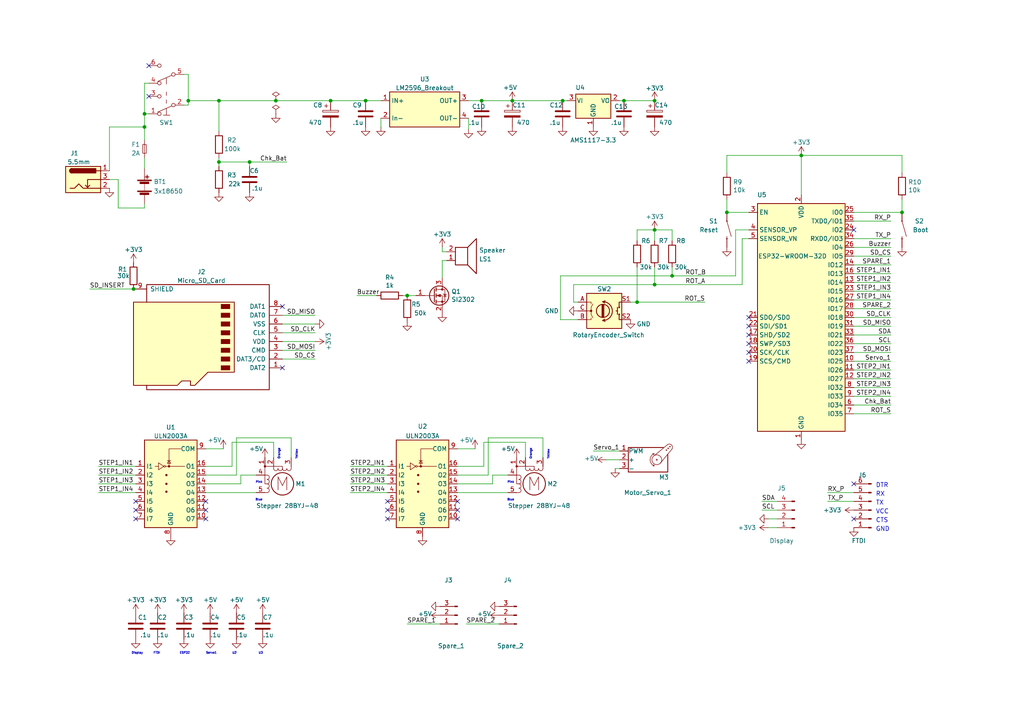
<source format=kicad_sch>
(kicad_sch (version 20211123) (generator eeschema)
  (paper "A4")
  (title_block (title "CO2 Ampel") (date "2021-08-07") (rev "V1.0") (company "Pontifex"))
  (lib_symbols
    (symbol "Connector:Barrel_Jack_Switch" (pin_names hide)
      (property "Reference" "J" (at 0 5.334 0))
      (property "Value" "Barrel_Jack_Switch" (at 0 -5.08 0))
      (symbol "Barrel_Jack_Switch_1_1"
        (pin passive line (at 7.62 2.54 180) (length 2.54) (name "~") (number "1"))
        (pin passive line (at 7.62 -2.54 180) (length 2.54) (name "~") (number "2"))
        (pin passive line (at 7.62 0 180) (length 2.54) (name "~") (number "3"))
      )
    )
    (symbol "Connector:Conn_01x03_Male" (pin_names (offset 1.016) hide)
      (property "Reference" "J" (at 0 5.08 0))
      (property "Value" "Conn_01x03_Male" (at 0 -5.08 0))
      (symbol "Conn_01x03_Male_1_1"
        (pin passive line (at 5.08 2.54 180) (length 3.81) (name "Pin_1") (number "1"))
        (pin passive line (at 5.08 0 180) (length 3.81) (name "Pin_2") (number "2"))
        (pin passive line (at 5.08 -2.54 180) (length 3.81) (name "Pin_3") (number "3"))
      )
    )
    (symbol "Connector:Conn_01x04_Male" (pin_names (offset 1.016) hide)
      (property "Reference" "J" (at 0 5.08 0))
      (property "Value" "Conn_01x04_Male" (at 0 -7.62 0))
      (symbol "Conn_01x04_Male_1_1"
        (pin passive line (at 5.08 2.54 180) (length 3.81) (name "Pin_1") (number "1"))
        (pin passive line (at 5.08 0 180) (length 3.81) (name "Pin_2") (number "2"))
        (pin passive line (at 5.08 -2.54 180) (length 3.81) (name "Pin_3") (number "3"))
        (pin passive line (at 5.08 -5.08 180) (length 3.81) (name "Pin_4") (number "4"))
      )
    )
    (symbol "Connector:Conn_01x06_Male" (pin_names (offset 1.016) hide)
      (property "Reference" "J" (at 0 7.62 0))
      (property "Value" "Conn_01x06_Male" (at 0 -10.16 0))
      (symbol "Conn_01x06_Male_1_1"
        (pin passive line (at 5.08 5.08 180) (length 3.81) (name "Pin_1") (number "1"))
        (pin passive line (at 5.08 2.54 180) (length 3.81) (name "Pin_2") (number "2"))
        (pin passive line (at 5.08 0 180) (length 3.81) (name "Pin_3") (number "3"))
        (pin passive line (at 5.08 -2.54 180) (length 3.81) (name "Pin_4") (number "4"))
        (pin passive line (at 5.08 -5.08 180) (length 3.81) (name "Pin_5") (number "5"))
        (pin passive line (at 5.08 -7.62 180) (length 3.81) (name "Pin_6") (number "6"))
      )
    )
    (symbol "Connector:Micro_SD_Card" (pin_names (offset 1.016))
      (property "Reference" "J" (at -16.51 15.24 0))
      (property "Value" "Micro_SD_Card" (at 16.51 15.24 0))
      (symbol "Micro_SD_Card_1_1"
        (pin bidirectional line (at -22.86 7.62 0) (length 3.81) (name "DAT2") (number "1"))
        (pin bidirectional line (at -22.86 5.08 0) (length 3.81) (name "DAT3/CD") (number "2"))
        (pin input line (at -22.86 2.54 0) (length 3.81) (name "CMD") (number "3"))
        (pin power_in line (at -22.86 0 0) (length 3.81) (name "VDD") (number "4"))
        (pin input line (at -22.86 -2.54 0) (length 3.81) (name "CLK") (number "5"))
        (pin power_in line (at -22.86 -5.08 0) (length 3.81) (name "VSS") (number "6"))
        (pin bidirectional line (at -22.86 -7.62 0) (length 3.81) (name "DAT0") (number "7"))
        (pin bidirectional line (at -22.86 -10.16 0) (length 3.81) (name "DAT1") (number "8"))
        (pin passive line (at 20.32 -15.24 180) (length 3.81) (name "SHIELD") (number "9"))
      )
    )
    (symbol "Device:Battery" (pin_numbers hide) (pin_names (offset 0) hide)
      (property "Reference" "BT1" (at 2.667 1.2895 0))
      (property "Value" "3x18650" (at 2.667 -1.4856 0))
      (symbol "Battery_1_1"
        (pin passive line (at 0 5.08 270) (length 2.54) (name "+") (number "1"))
        (pin passive line (at 0 -5.08 90) (length 2.54) (name "-") (number "6"))
      )
    )
    (symbol "Device:C" (pin_numbers hide) (pin_names (offset 0.254))
      (property "Reference" "C" (at 0.635 2.54 0))
      (property "Value" "C" (at 0.635 -2.54 0))
      (symbol "C_1_1"
        (pin passive line (at 0 3.81 270) (length 2.794) (name "~") (number "1"))
        (pin passive line (at 0 -3.81 90) (length 2.794) (name "~") (number "2"))
      )
    )
    (symbol "Device:C_Polarized" (pin_numbers hide) (pin_names (offset 0.254))
      (property "Reference" "C" (at 0.635 2.54 0))
      (property "Value" "C_Polarized" (at 0.635 -2.54 0))
      (symbol "C_Polarized_1_1"
        (pin passive line (at 0 3.81 270) (length 2.794) (name "~") (number "1"))
        (pin passive line (at 0 -3.81 90) (length 2.794) (name "~") (number "2"))
      )
    )
    (symbol "Device:Fuse_Small" (pin_numbers hide) (pin_names (offset 0.254) hide)
      (property "Reference" "F" (at 0 -1.524 0))
      (property "Value" "Fuse_Small" (at 0 1.524 0))
      (symbol "Fuse_Small_1_1"
        (pin passive line (at -2.54 0 0) (length 1.27) (name "~") (number "1"))
        (pin passive line (at 2.54 0 180) (length 1.27) (name "~") (number "2"))
      )
    )
    (symbol "Device:R" (pin_numbers hide) (pin_names (offset 0))
      (property "Reference" "R" (at 2.032 0 90))
      (property "Value" "R" (at 0 0 90))
      (symbol "R_1_1"
        (pin passive line (at 0 3.81 270) (length 1.27) (name "~") (number "1"))
        (pin passive line (at 0 -3.81 90) (length 1.27) (name "~") (number "2"))
      )
    )
    (symbol "Device:RotaryEncoder_Switch" (pin_names (offset 0.254) hide)
      (property "Reference" "SW" (at 0 6.604 0))
      (property "Value" "RotaryEncoder_Switch" (at 0 -6.604 0))
      (symbol "RotaryEncoder_Switch_1_1"
        (pin passive line (at -7.62 2.54 0) (length 2.54) (name "A") (number "A"))
        (pin passive line (at -7.62 -2.54 0) (length 2.54) (name "B") (number "B"))
        (pin passive line (at -7.62 0 0) (length 2.54) (name "C") (number "C"))
        (pin passive line (at 7.62 2.54 180) (length 2.54) (name "S1") (number "S1"))
        (pin passive line (at 7.62 -2.54 180) (length 2.54) (name "S2") (number "S2"))
      )
    )
    (symbol "Device:Speaker" (pin_names (offset 0) hide)
      (property "Reference" "LS" (at 1.27 5.715 0))
      (property "Value" "Speaker" (at 1.27 3.81 0))
      (symbol "Speaker_1_1"
        (pin input line (at -5.08 0 0) (length 2.54) (name "1") (number "1"))
        (pin input line (at -5.08 -2.54 0) (length 2.54) (name "2") (number "2"))
      )
    )
    (symbol "Diverse:LM2596_Breakout"
      (property "Reference" "U" (at -10.16 6.35 0))
      (property "Value" "LM2596_Breakout" (at -6.35 6.35 0))
      (symbol "LM2596_Breakout_1_1"
        (pin power_in line (at -12.7 2.54 0) (length 2.54) (name "IN+") (number "1"))
        (pin passive line (at -12.7 -2.54 0) (length 2.54) (name "In-") (number "2"))
        (pin power_out line (at 12.7 2.54 180) (length 2.54) (name "OUT+") (number "3"))
        (pin passive line (at 12.7 -2.54 180) (length 2.54) (name "OUT-") (number "4"))
      )
    )
    (symbol "Diverse:SW_Push_DPDT" (pin_names (offset 0) hide)
      (property "Reference" "SW" (at 0 8.89 0))
      (symbol "SW_Push_DPDT_1_1"
        (pin passive line (at 5.08 7.62 180) (length 2.54) (name "1") (number "1"))
        (pin passive line (at -5.08 5.08 0) (length 2.54) (name "2") (number "2"))
        (pin passive line (at 5.08 2.54 180) (length 2.54) (name "3") (number "3"))
        (pin passive line (at 5.08 -1.27 180) (length 2.54) (name "4") (number "4"))
        (pin passive line (at -5.08 -3.81 0) (length 2.54) (name "5") (number "5"))
        (pin passive line (at 5.08 -6.35 180) (length 2.54) (name "6") (number "6"))
      )
    )
    (symbol "Motor:Motor_Servo" (pin_names (offset 0.0254))
      (property "Reference" "M" (at -5.08 4.445 0))
      (property "Value" "Motor_Servo" (at -5.08 -4.064 0))
      (symbol "Motor_Servo_1_1"
        (pin passive line (at -7.62 2.54 0) (length 2.54) (name "PWM") (number "1"))
        (pin passive line (at -7.62 0 0) (length 2.54) (name "+") (number "2"))
        (pin passive line (at -7.62 -2.54 0) (length 2.54) (name "-") (number "3"))
      )
    )
    (symbol "Motor:Stepper_Motor_unipolar_5pin" (pin_names (offset 0) hide)
      (property "Reference" "M" (at 3.81 2.54 0))
      (property "Value" "Stepper_Motor_unipolar_5pin" (at 3.81 1.27 0))
      (symbol "Stepper_Motor_unipolar_5pin_1_1"
        (pin passive line (at -5.08 7.62 270) (length 2.54) (name "~") (number "1"))
        (pin passive line (at -2.54 7.62 270) (length 2.54) (name "~") (number "2"))
        (pin passive line (at 2.54 7.62 270) (length 2.54) (name "-") (number "3"))
        (pin passive line (at -7.62 2.54 0) (length 2.54) (name "~") (number "4"))
        (pin passive line (at -7.62 -2.54 0) (length 2.54) (name "~") (number "5"))
      )
    )
    (symbol "RF_Module:ESP32-WROOM-32D"
      (property "Reference" "U" (at -12.7 34.29 0))
      (property "Value" "ESP32-WROOM-32D" (at 1.27 34.29 0))
      (symbol "ESP32-WROOM-32D_1_1"
        (pin power_in line (at 0 -35.56 90) (length 2.54) (name "GND") (number "1"))
        (pin bidirectional line (at 15.24 -12.7 180) (length 2.54) (name "IO25") (number "10"))
        (pin bidirectional line (at 15.24 -15.24 180) (length 2.54) (name "IO26") (number "11"))
        (pin bidirectional line (at 15.24 -17.78 180) (length 2.54) (name "IO27") (number "12"))
        (pin bidirectional line (at 15.24 10.16 180) (length 2.54) (name "IO14") (number "13"))
        (pin bidirectional line (at 15.24 15.24 180) (length 2.54) (name "IO12") (number "14"))
        (pin passive line (at 0 -35.56 90) (length 2.54) hide (name "GND") (number "15"))
        (pin bidirectional line (at 15.24 12.7 180) (length 2.54) (name "IO13") (number "16"))
        (pin bidirectional line (at -15.24 -5.08 0) (length 2.54) (name "SHD/SD2") (number "17"))
        (pin bidirectional line (at -15.24 -7.62 0) (length 2.54) (name "SWP/SD3") (number "18"))
        (pin bidirectional line (at -15.24 -12.7 0) (length 2.54) (name "SCS/CMD") (number "19"))
        (pin power_in line (at 0 35.56 270) (length 2.54) (name "VDD") (number "2"))
        (pin bidirectional line (at -15.24 -10.16 0) (length 2.54) (name "SCK/CLK") (number "20"))
        (pin bidirectional line (at -15.24 0 0) (length 2.54) (name "SDO/SD0") (number "21"))
        (pin bidirectional line (at -15.24 -2.54 0) (length 2.54) (name "SDI/SD1") (number "22"))
        (pin bidirectional line (at 15.24 7.62 180) (length 2.54) (name "IO15") (number "23"))
        (pin bidirectional line (at 15.24 25.4 180) (length 2.54) (name "IO2") (number "24"))
        (pin bidirectional line (at 15.24 30.48 180) (length 2.54) (name "IO0") (number "25"))
        (pin bidirectional line (at 15.24 20.32 180) (length 2.54) (name "IO4") (number "26"))
        (pin bidirectional line (at 15.24 5.08 180) (length 2.54) (name "IO16") (number "27"))
        (pin bidirectional line (at 15.24 2.54 180) (length 2.54) (name "IO17") (number "28"))
        (pin bidirectional line (at 15.24 17.78 180) (length 2.54) (name "IO5") (number "29"))
        (pin input line (at -15.24 30.48 0) (length 2.54) (name "EN") (number "3"))
        (pin bidirectional line (at 15.24 0 180) (length 2.54) (name "IO18") (number "30"))
        (pin bidirectional line (at 15.24 -2.54 180) (length 2.54) (name "IO19") (number "31"))
        (pin no_connect line (at -12.7 -27.94 0) (length 2.54) hide (name "NC") (number "32"))
        (pin bidirectional line (at 15.24 -5.08 180) (length 2.54) (name "IO21") (number "33"))
        (pin bidirectional line (at 15.24 22.86 180) (length 2.54) (name "RXD0/IO3") (number "34"))
        (pin bidirectional line (at 15.24 27.94 180) (length 2.54) (name "TXD0/IO1") (number "35"))
        (pin bidirectional line (at 15.24 -7.62 180) (length 2.54) (name "IO22") (number "36"))
        (pin bidirectional line (at 15.24 -10.16 180) (length 2.54) (name "IO23") (number "37"))
        (pin passive line (at 0 -35.56 90) (length 2.54) hide (name "GND") (number "38"))
        (pin passive line (at 0 -35.56 90) (length 2.54) hide (name "GND") (number "39"))
        (pin input line (at -15.24 25.4 0) (length 2.54) (name "SENSOR_VP") (number "4"))
        (pin input line (at -15.24 22.86 0) (length 2.54) (name "SENSOR_VN") (number "5"))
        (pin input line (at 15.24 -25.4 180) (length 2.54) (name "IO34") (number "6"))
        (pin input line (at 15.24 -27.94 180) (length 2.54) (name "IO35") (number "7"))
        (pin bidirectional line (at 15.24 -20.32 180) (length 2.54) (name "IO32") (number "8"))
        (pin bidirectional line (at 15.24 -22.86 180) (length 2.54) (name "IO33") (number "9"))
      )
    )
    (symbol "Regulator_Linear:AMS1117-3.3" (pin_names (offset 0.254))
      (property "Reference" "U" (at -3.81 3.175 0))
      (property "Value" "AMS1117-3.3" (at 0 3.175 0))
      (symbol "AMS1117-3.3_1_1"
        (pin power_in line (at 0 -7.62 90) (length 2.54) (name "GND") (number "1"))
        (pin power_out line (at 7.62 0 180) (length 2.54) (name "VO") (number "2"))
        (pin power_in line (at -7.62 0 0) (length 2.54) (name "VI") (number "3"))
      )
    )
    (symbol "SparkFun-Switches:ROCKER_SWITCH-SPST_PTH_RIGHT_ANGLE" (pin_numbers hide) (pin_names (offset 1.016) hide)
      (property "Reference" "S" (at -5.08 2.54 0))
      (property "Value" "ROCKER_SWITCH-SPST_PTH_RIGHT_ANGLE" (at -5.08 -2.54 0))
      (property "Field4" "SWCH-08863" (at 0 6.35 0))
      (symbol "ROCKER_SWITCH-SPST_PTH_RIGHT_ANGLE_1_1"
        (pin passive line (at -5.08 0 0) (length 2.54) (name "1") (number "1"))
        (pin passive line (at 5.08 0 180) (length 2.54) (name "2") (number "2"))
      )
    )
    (symbol "Transistor_Array:ULN2003A"
      (property "Reference" "U" (at 0 15.875 0))
      (property "Value" "ULN2003A" (at 0 13.97 0))
      (symbol "ULN2003A_1_1"
        (pin input line (at -10.16 5.08 0) (length 2.54) (name "I1") (number "1"))
        (pin open_collector line (at 10.16 -10.16 180) (length 2.54) (name "O7") (number "10"))
        (pin open_collector line (at 10.16 -7.62 180) (length 2.54) (name "O6") (number "11"))
        (pin open_collector line (at 10.16 -5.08 180) (length 2.54) (name "O5") (number "12"))
        (pin open_collector line (at 10.16 -2.54 180) (length 2.54) (name "O4") (number "13"))
        (pin open_collector line (at 10.16 0 180) (length 2.54) (name "O3") (number "14"))
        (pin open_collector line (at 10.16 2.54 180) (length 2.54) (name "O2") (number "15"))
        (pin open_collector line (at 10.16 5.08 180) (length 2.54) (name "O1") (number "16"))
        (pin input line (at -10.16 2.54 0) (length 2.54) (name "I2") (number "2"))
        (pin input line (at -10.16 0 0) (length 2.54) (name "I3") (number "3"))
        (pin input line (at -10.16 -2.54 0) (length 2.54) (name "I4") (number "4"))
        (pin input line (at -10.16 -5.08 0) (length 2.54) (name "I5") (number "5"))
        (pin input line (at -10.16 -7.62 0) (length 2.54) (name "I6") (number "6"))
        (pin input line (at -10.16 -10.16 0) (length 2.54) (name "I7") (number "7"))
        (pin power_in line (at 0 -15.24 90) (length 2.54) (name "GND") (number "8"))
        (pin passive line (at 10.16 10.16 180) (length 2.54) (name "COM") (number "9"))
      )
    )
    (symbol "Transistor_FET:TSM2302CX" (pin_names hide)
      (property "Reference" "Q" (at 5.08 1.905 0))
      (property "Value" "TSM2302CX" (at 5.08 0 0))
      (symbol "TSM2302CX_1_1"
        (pin input line (at -5.08 0 0) (length 2.54) (name "G") (number "1"))
        (pin passive line (at 2.54 -5.08 90) (length 2.54) (name "S") (number "2"))
        (pin passive line (at 2.54 5.08 270) (length 2.54) (name "D") (number "3"))
      )
    )
    (symbol "power:+3.3V" (power) (pin_names (offset 0))
      (property "Value" "+3.3V" (at 0 3.556 0))
      (symbol "+3.3V_1_1"
        (pin power_in line (at 0 0 90) (length 0) hide (name "+3V3") (number "1"))
      )
    )
    (symbol "power:+3V3" (power) (pin_names (offset 0))
      (property "Value" "+3V3" (at 0 3.556 0))
      (symbol "+3V3_1_1"
        (pin power_in line (at 0 0 90) (length 0) hide (name "+3V3") (number "1"))
      )
    )
    (symbol "power:+5V" (power) (pin_names (offset 0))
      (property "Value" "+5V" (at 0 3.556 0))
      (symbol "+5V_1_1"
        (pin power_in line (at 0 0 90) (length 0) hide (name "+5V") (number "1"))
      )
    )
    (symbol "power:GND" (power) (pin_names (offset 0))
      (property "Value" "GND" (at 0 -3.81 0))
      (symbol "GND_1_1"
        (pin power_in line (at 0 0 270) (length 0) hide (name "GND") (number "1"))
      )
    )
    (symbol "power:PWR_FLAG" (power) (pin_numbers hide) (pin_names (offset 0) hide)
      (property "Value" "PWR_FLAG" (at 0 3.81 0))
      (symbol "PWR_FLAG_0_0"
        (pin power_out line (at 0 0 90) (length 0) (name "pwr") (number "1"))
      )
    )
  )
  (junction (at 148.59 29.21))
  (junction (at 180.975 29.21))
  (junction (at 118.11 85.725))
  (junction (at 72.39 46.99))
  (junction (at 63.5 29.21))
  (junction (at 189.865 82.55))
  (junction (at 189.865 29.21))
  (junction (at 232.41 45.085))
  (junction (at 139.7 29.21))
  (junction (at 163.195 29.21))
  (junction (at 41.91 36.83))
  (junction (at 54.61 29.21))
  (junction (at 38.735 83.82))
  (junction (at 41.91 33.02))
  (junction (at 261.62 61.595))
  (junction (at 210.82 61.595))
  (junction (at 189.865 66.675))
  (junction (at 95.885 29.21))
  (junction (at 80.01 29.21))
  (junction (at 63.5 46.99))
  (junction (at 184.785 87.63))
  (junction (at 106.045 29.21))
  (junction (at 194.945 80.01))
  (no_connect (at 247.65 66.675))
  (no_connect (at 217.17 102.235))
  (no_connect (at 59.69 145.415))
  (no_connect (at 43.18 19.05))
  (no_connect (at 217.17 94.615))
  (no_connect (at 59.69 150.495))
  (no_connect (at 217.17 104.775))
  (no_connect (at 247.65 150.495))
  (no_connect (at 247.65 140.335))
  (no_connect (at 132.715 145.415))
  (no_connect (at 132.715 147.955))
  (no_connect (at 132.715 150.495))
  (no_connect (at 112.395 145.415))
  (no_connect (at 112.395 147.955))
  (no_connect (at 112.395 150.495))
  (no_connect (at 81.915 88.9))
  (no_connect (at 81.915 106.68))
  (no_connect (at 217.17 99.695))
  (no_connect (at 39.37 145.415))
  (no_connect (at 59.69 147.955))
  (no_connect (at 39.37 150.495))
  (no_connect (at 217.17 97.155))
  (no_connect (at 43.18 27.94))
  (no_connect (at 39.37 147.955))
  (no_connect (at 217.17 92.075))
  (wire (pts (xy 166.37 82.55) (xy 189.865 82.55)))
  (wire (pts (xy 258.445 99.695) (xy 247.65 99.695)))
  (wire (pts (xy 182.88 87.63) (xy 184.785 87.63)))
  (wire (pts (xy 210.82 57.785) (xy 210.82 61.595)))
  (wire (pts (xy 132.715 135.255) (xy 140.335 135.255)))
  (wire (pts (xy 194.945 66.675) (xy 194.945 69.85)))
  (wire (pts (xy 43.18 33.02) (xy 41.91 33.02)))
  (wire (pts (xy 59.69 130.175) (xy 64.77 130.175)))
  (wire (pts (xy 194.945 80.01) (xy 213.36 80.01)))
  (wire (pts (xy 28.575 135.255) (xy 39.37 135.255)))
  (wire (pts (xy 232.41 45.085) (xy 232.41 56.515)))
  (wire (pts (xy 261.62 50.165) (xy 261.62 45.085)))
  (wire (pts (xy 41.91 59.055) (xy 41.91 60.325)))
  (wire (pts (xy 101.6 140.335) (xy 112.395 140.335)))
  (wire (pts (xy 43.18 24.13) (xy 41.91 24.13)))
  (wire (pts (xy 166.37 82.55) (xy 166.37 87.63)))
  (wire (pts (xy 128.27 75.565) (xy 128.27 80.645)))
  (wire (pts (xy 116.84 85.725) (xy 118.11 85.725)))
  (wire (pts (xy 74.295 137.795) (xy 69.85 137.795)))
  (wire (pts (xy 220.98 147.955) (xy 225.425 147.955)))
  (wire (pts (xy 28.575 142.875) (xy 39.37 142.875)))
  (wire (pts (xy 41.91 33.02) (xy 41.91 36.83)))
  (wire (pts (xy 163.195 29.21) (xy 164.465 29.21)))
  (wire (pts (xy 59.69 140.335) (xy 69.85 140.335)))
  (wire (pts (xy 247.65 81.915) (xy 258.445 81.915)))
  (wire (pts (xy 41.91 60.325) (xy 34.29 60.325)))
  (wire (pts (xy 247.65 104.775) (xy 258.445 104.775)))
  (wire (pts (xy 31.75 49.53) (xy 31.75 36.83)))
  (wire (pts (xy 41.91 45.72) (xy 41.91 48.895)))
  (wire (pts (xy 247.65 94.615) (xy 258.445 94.615)))
  (wire (pts (xy 210.82 50.165) (xy 210.82 45.085)))
  (wire (pts (xy 162.56 92.71) (xy 167.64 92.71)))
  (wire (pts (xy 118.11 180.975) (xy 127.635 180.975)))
  (wire (pts (xy 152.4 132.715) (xy 152.4 128.27)))
  (wire (pts (xy 247.65 76.835) (xy 258.445 76.835)))
  (wire (pts (xy 247.65 84.455) (xy 258.445 84.455)))
  (wire (pts (xy 59.69 142.875) (xy 74.295 142.875)))
  (wire (pts (xy 261.62 61.595) (xy 261.62 57.785)))
  (wire (pts (xy 240.03 142.875) (xy 247.65 142.875)))
  (wire (pts (xy 67.31 128.27) (xy 67.31 135.255)))
  (wire (pts (xy 95.885 29.21) (xy 106.045 29.21)))
  (wire (pts (xy 81.915 93.98) (xy 91.44 93.98)))
  (wire (pts (xy 222.885 153.035) (xy 225.425 153.035)))
  (wire (pts (xy 247.65 102.235) (xy 258.445 102.235)))
  (wire (pts (xy 179.705 29.21) (xy 180.975 29.21)))
  (wire (pts (xy 81.915 99.06) (xy 91.44 99.06)))
  (wire (pts (xy 247.65 92.075) (xy 258.445 92.075)))
  (wire (pts (xy 152.4 128.27) (xy 140.335 128.27)))
  (wire (pts (xy 213.36 66.675) (xy 213.36 80.01)))
  (wire (pts (xy 157.48 127) (xy 141.605 127)))
  (wire (pts (xy 180.975 29.21) (xy 189.865 29.21)))
  (wire (pts (xy 162.56 80.01) (xy 162.56 92.71)))
  (wire (pts (xy 142.875 137.795) (xy 142.875 140.335)))
  (wire (pts (xy 68.58 127) (xy 68.58 137.795)))
  (wire (pts (xy 247.65 89.535) (xy 258.445 89.535)))
  (wire (pts (xy 222.885 150.495) (xy 225.425 150.495)))
  (wire (pts (xy 140.335 128.27) (xy 140.335 135.255)))
  (wire (pts (xy 247.65 69.215) (xy 258.445 69.215)))
  (wire (pts (xy 220.98 145.415) (xy 225.425 145.415)))
  (wire (pts (xy 189.865 66.675) (xy 194.945 66.675)))
  (wire (pts (xy 240.03 145.415) (xy 247.65 145.415)))
  (wire (pts (xy 135.255 180.975) (xy 144.78 180.975)))
  (wire (pts (xy 139.7 29.21) (xy 148.59 29.21)))
  (wire (pts (xy 247.65 71.755) (xy 258.445 71.755)))
  (wire (pts (xy 247.65 114.935) (xy 258.445 114.935)))
  (wire (pts (xy 162.56 80.01) (xy 194.945 80.01)))
  (wire (pts (xy 132.715 140.335) (xy 142.875 140.335)))
  (wire (pts (xy 34.29 52.07) (xy 31.75 52.07)))
  (wire (pts (xy 63.5 29.21) (xy 80.01 29.21)))
  (wire (pts (xy 247.65 64.135) (xy 258.445 64.135)))
  (wire (pts (xy 101.6 142.875) (xy 112.395 142.875)))
  (wire (pts (xy 72.39 46.99) (xy 83.185 46.99)))
  (wire (pts (xy 101.6 135.255) (xy 112.395 135.255)))
  (wire (pts (xy 247.65 61.595) (xy 261.62 61.595)))
  (wire (pts (xy 128.27 73.025) (xy 129.54 73.025)))
  (wire (pts (xy 54.61 21.59) (xy 54.61 29.21)))
  (wire (pts (xy 129.54 75.565) (xy 128.27 75.565)))
  (wire (pts (xy 179.705 135.89) (xy 178.435 135.89)))
  (wire (pts (xy 118.11 85.725) (xy 120.65 85.725)))
  (wire (pts (xy 132.715 137.795) (xy 141.605 137.795)))
  (wire (pts (xy 54.61 30.48) (xy 54.61 29.21)))
  (wire (pts (xy 79.375 128.27) (xy 67.31 128.27)))
  (wire (pts (xy 31.75 36.83) (xy 41.91 36.83)))
  (wire (pts (xy 189.865 66.675) (xy 189.865 69.85)))
  (wire (pts (xy 247.65 109.855) (xy 258.445 109.855)))
  (wire (pts (xy 157.48 132.715) (xy 157.48 127)))
  (wire (pts (xy 189.865 82.55) (xy 215.265 82.55)))
  (wire (pts (xy 81.915 96.52) (xy 91.44 96.52)))
  (wire (pts (xy 53.34 21.59) (xy 54.61 21.59)))
  (wire (pts (xy 217.17 66.675) (xy 213.36 66.675)))
  (wire (pts (xy 184.785 66.675) (xy 184.785 69.85)))
  (wire (pts (xy 132.715 130.175) (xy 137.795 130.175)))
  (wire (pts (xy 135.89 34.29) (xy 135.89 37.465)))
  (wire (pts (xy 194.945 77.47) (xy 194.945 80.01)))
  (wire (pts (xy 53.34 30.48) (xy 54.61 30.48)))
  (wire (pts (xy 247.65 74.295) (xy 258.445 74.295)))
  (wire (pts (xy 110.49 34.29) (xy 110.49 36.83)))
  (wire (pts (xy 41.91 24.13) (xy 41.91 33.02)))
  (wire (pts (xy 132.715 142.875) (xy 147.32 142.875)))
  (wire (pts (xy 81.915 101.6) (xy 91.44 101.6)))
  (wire (pts (xy 217.17 69.215) (xy 215.265 69.215)))
  (wire (pts (xy 128.27 71.755) (xy 128.27 73.025)))
  (wire (pts (xy 247.65 112.395) (xy 258.445 112.395)))
  (wire (pts (xy 148.59 29.21) (xy 163.195 29.21)))
  (wire (pts (xy 166.37 87.63) (xy 167.64 87.63)))
  (wire (pts (xy 189.865 66.675) (xy 184.785 66.675)))
  (wire (pts (xy 258.445 120.015) (xy 247.65 120.015)))
  (wire (pts (xy 72.39 46.99) (xy 72.39 48.26)))
  (wire (pts (xy 63.5 46.99) (xy 72.39 46.99)))
  (wire (pts (xy 172.085 130.81) (xy 179.705 130.81)))
  (wire (pts (xy 147.32 137.795) (xy 142.875 137.795)))
  (wire (pts (xy 63.5 38.1) (xy 63.5 29.21)))
  (wire (pts (xy 247.65 107.315) (xy 258.445 107.315)))
  (wire (pts (xy 135.89 29.21) (xy 139.7 29.21)))
  (wire (pts (xy 79.375 132.715) (xy 79.375 128.27)))
  (wire (pts (xy 258.445 117.475) (xy 247.65 117.475)))
  (wire (pts (xy 106.045 29.21) (xy 110.49 29.21)))
  (wire (pts (xy 28.575 140.335) (xy 39.37 140.335)))
  (wire (pts (xy 101.6 137.795) (xy 112.395 137.795)))
  (wire (pts (xy 59.69 137.795) (xy 68.58 137.795)))
  (wire (pts (xy 81.915 91.44) (xy 91.44 91.44)))
  (wire (pts (xy 63.5 45.72) (xy 63.5 46.99)))
  (wire (pts (xy 41.91 36.83) (xy 41.91 40.64)))
  (wire (pts (xy 258.445 97.155) (xy 247.65 97.155)))
  (wire (pts (xy 179.705 133.35) (xy 175.895 133.35)))
  (wire (pts (xy 215.265 69.215) (xy 215.265 82.55)))
  (wire (pts (xy 103.505 85.725) (xy 109.22 85.725)))
  (wire (pts (xy 34.29 52.07) (xy 34.29 60.325)))
  (wire (pts (xy 217.17 61.595) (xy 210.82 61.595)))
  (wire (pts (xy 184.785 77.47) (xy 184.785 87.63)))
  (wire (pts (xy 184.785 87.63) (xy 204.47 87.63)))
  (wire (pts (xy 247.65 79.375) (xy 258.445 79.375)))
  (wire (pts (xy 59.69 135.255) (xy 67.31 135.255)))
  (wire (pts (xy 26.035 83.82) (xy 38.735 83.82)))
  (wire (pts (xy 54.61 29.21) (xy 63.5 29.21)))
  (wire (pts (xy 81.915 104.14) (xy 91.44 104.14)))
  (wire (pts (xy 28.575 137.795) (xy 39.37 137.795)))
  (wire (pts (xy 232.41 45.085) (xy 261.62 45.085)))
  (wire (pts (xy 63.5 46.99) (xy 63.5 48.26)))
  (wire (pts (xy 247.65 86.995) (xy 258.445 86.995)))
  (wire (pts (xy 141.605 127) (xy 141.605 137.795)))
  (wire (pts (xy 80.01 29.21) (xy 95.885 29.21)))
  (wire (pts (xy 189.865 77.47) (xy 189.865 82.55)))
  (wire (pts (xy 210.82 45.085) (xy 232.41 45.085)))
  (wire (pts (xy 84.455 132.715) (xy 84.455 127)))
  (wire (pts (xy 69.85 137.795) (xy 69.85 140.335)))
  (wire (pts (xy 84.455 127) (xy 68.58 127)))
  (text "CTS" (at 254 151.765 0) (effects (font (size 1.27 1.27)) (justify left bottom)))
  (text "TX" (at 254 146.685 0) (effects (font (size 1.27 1.27)) (justify left bottom)))
  (text "Yellow" (at 159.385 133.35 90) (effects (font (size 0.6 0.6)) (justify left bottom)))
  (text "Pink" (at 76.2 140.335 180) (effects (font (size 0.6 0.6)) (justify right bottom)))
  (text "Blue" (at 76.2 145.415 180) (effects (font (size 0.6 0.6)) (justify right bottom)))
  (text "U3" (at 74.93 189.865 0) (effects (font (size 0.6 0.6)) (justify left bottom)))
  (text "U2" (at 67.31 189.865 0) (effects (font (size 0.6 0.6)) (justify left bottom)))
  (text "VCC" (at 254 149.225 0) (effects (font (size 1.27 1.27)) (justify left bottom)))
  (text "ESP32" (at 52.07 189.865 0) (effects (font (size 0.6 0.6)) (justify left bottom)))
  (text "RX" (at 254 144.145 0) (effects (font (size 1.27 1.27)) (justify left bottom)))
  (text "Pink" (at 149.225 140.335 180) (effects (font (size 0.6 0.6)) (justify right bottom)))
  (text "Orange" (at 81.28 133.35 90) (effects (font (size 0.6 0.6)) (justify left bottom)))
  (text "Display" (at 38.1 189.865 0) (effects (font (size 0.6 0.6)) (justify left bottom)))
  (text "Blue" (at 149.225 145.415 180) (effects (font (size 0.6 0.6)) (justify right bottom)))
  (text "GND" (at 254 154.305 0) (effects (font (size 1.27 1.27)) (justify left bottom)))
  (text "FTDI" (at 44.45 189.865 0) (effects (font (size 0.6 0.6)) (justify left bottom)))
  (text "DTR" (at 254 141.605 0) (effects (font (size 1.27 1.27)) (justify left bottom)))
  (text "Yellow" (at 86.36 133.35 90) (effects (font (size 0.6 0.6)) (justify left bottom)))
  (text "Servo1" (at 59.69 189.865 0) (effects (font (size 0.6 0.6)) (justify left bottom)))
  (text "Orange" (at 154.305 133.35 90) (effects (font (size 0.6 0.6)) (justify left bottom)))
  (label "SPARE_2" (at 135.255 180.975 0))
  (label "STEP1_IN1" (at 28.575 135.255 0))
  (label "Chk_Bat" (at 83.185 46.99 180))
  (label "STEP2_IN3" (at 258.445 112.395 180))
  (label "STEP2_IN3" (at 101.6 140.335 0))
  (label "TX_P" (at 258.445 69.215 180))
  (label "Servo_1" (at 172.085 130.81 0))
  (label "SD_MISO" (at 258.445 94.615 180))
  (label "SD_MISO" (at 91.44 91.44 180))
  (label "STEP1_IN2" (at 28.575 137.795 0))
  (label "ROT_S" (at 258.445 120.015 180))
  (label "STEP1_IN3" (at 28.575 140.335 0))
  (label "STEP1_IN4" (at 28.575 142.875 0))
  (label "Chk_Bat" (at 258.445 117.475 180))
  (label "RX_P" (at 240.03 142.875 0))
  (label "STEP1_IN3" (at 258.445 84.455 180))
  (label "SDA" (at 258.445 97.155 180))
  (label "TX_P" (at 240.03 145.415 0))
  (label "STEP1_IN4" (at 258.445 86.995 180))
  (label "SD_CLK" (at 91.44 96.52 180))
  (label "SPARE_2" (at 258.445 89.535 180))
  (label "SCL" (at 258.445 99.695 180))
  (label "SD_MOSI" (at 91.44 101.6 180))
  (label "Servo_1" (at 258.445 104.775 180))
  (label "STEP1_IN1" (at 258.445 79.375 180))
  (label "SD_CS" (at 91.44 104.14 180))
  (label "SCL" (at 220.98 147.955 0))
  (label "STEP2_IN1" (at 101.6 135.255 0))
  (label "ROT_S" (at 204.47 87.63 180))
  (label "STEP2_IN2" (at 101.6 137.795 0))
  (label "SD_INSERT" (at 26.035 83.82 0))
  (label "RX_P" (at 258.445 64.135 180))
  (label "SD_CS" (at 258.445 74.295 180))
  (label "STEP2_IN2" (at 258.445 109.855 180))
  (label "SD_MOSI" (at 258.445 102.235 180))
  (label "SD_CLK" (at 258.445 92.075 180))
  (label "Buzzer" (at 103.505 85.725 0))
  (label "ROT_B" (at 198.755 80.01 0))
  (label "STEP1_IN2" (at 258.445 81.915 180))
  (label "SDA" (at 220.98 145.415 0))
  (label "SPARE_1" (at 118.11 180.975 0))
  (label "STEP2_IN4" (at 258.445 114.935 180))
  (label "SPARE_1" (at 258.445 76.835 180))
  (label "STEP2_IN1" (at 258.445 107.315 180))
  (label "STEP2_IN4" (at 101.6 142.875 0))
  (label "Buzzer" (at 258.445 71.755 180))
  (label "ROT_A" (at 198.755 82.55 0))
  (symbol (lib_id "power:GND") (at 95.885 36.83 0) (unit 1)
    (property "Reference" "#PWR023" (effects hide))
    (property "Value" "GND" (effects hide))
  )
  (symbol (lib_id "power:GND") (at 222.885 150.495 270) (unit 1)
    (property "Reference" "#PWR051" (effects hide))
    (property "Value" "GND" (effects hide))
  )
  (symbol (lib_id "Connector:Conn_01x04_Male") (at 230.505 150.495 180) (unit 1)
    (property "Reference" "J5" (at 226.695 141.605 0))
    (property "Value" "Display" (at 226.695 156.845 0))
    (property "Footprint" "Eigene:OLED_1.3" (effects hide))
    (property "Source" "https://de.aliexpress.com/wholesale?&SearchText=oled+1.3+I2C" (effects hide))
  )
  (symbol (lib_id "Motor:Motor_Servo") (at 187.325 133.35 0) (unit 1)
    (property "Reference" "M3" (at 191.135 138.43 0) (effects (justify left)))
    (property "Value" "Motor_Servo_1" (at 180.975 142.875 0) (effects (justify left)))
    (property "Footprint" "Connector_PinHeader_2.54mm:PinHeader_1x03_P2.54mm_Vertical" (effects hide))
    (property "Source" "https://de.aliexpress.com/wholesale?&SearchText=dupont+kit" (effects hide))
  )
  (symbol (lib_id "Diverse:SW_Push_DPDT") (at 48.26 25.4 180) (unit 1)
    (property "Reference" "SW1" (at 48.26 35.56 0))
    (property "Value" "SW_Push_DPDT" (effects hide))
    (property "Footprint" "Eigene:PS-22F02" (effects hide))
    (property "Source" "https://de.aliexpress.com/item/4000969994003.html" (effects hide))
  )
  (symbol (lib_id "Device:Fuse_Small") (at 41.91 43.18 90) (unit 1)
    (property "Reference" "F1" (at 40.64 41.91 90) (effects (justify left)))
    (property "Value" "2A" (at 40.64 44.45 90) (effects (justify left)))
    (property "Footprint" "Fuse:Fuse_1206_3216Metric_Pad1.42x1.75mm_HandSolder" (effects hide))
    (property "Source" "https://de.aliexpress.com/item/4000366547122.html" (effects hide))
  )
  (symbol (lib_id "Device:C") (at 72.39 52.07 0) (unit 1)
    (property "Reference" "C6" (at 72.39 49.53 0) (effects (justify left)))
    (property "Value" ".1u" (at 73.025 54.61 0) (effects (justify left)))
    (property "Footprint" "Capacitor_SMD:C_0805_2012Metric_Pad1.18x1.45mm_HandSolder" (effects hide))
    (property "Source" "https://de.aliexpress.com/wholesale?&SearchText=capacitor+book+0805" (effects hide))
  )
  (symbol (lib_id "power:GND") (at 72.39 55.88 0) (unit 1)
    (property "Reference" "#PWR016" (effects hide))
    (property "Value" "GND" (effects hide))
  )
  (symbol (lib_id "Device:R") (at 63.5 52.07 180) (unit 1)
    (property "Reference" "R3" (at 68.58 50.8 0) (effects (justify left)))
    (property "Value" "22k" (at 69.85 53.34 0) (effects (justify left)))
    (property "Footprint" "Resistor_SMD:R_0805_2012Metric_Pad1.20x1.40mm_HandSolder" (effects hide))
    (property "Source" "https://de.aliexpress.com/wholesale?&SearchText=resistor+book+0805" (effects hide))
  )
  (symbol (lib_id "Device:R") (at 63.5 41.91 180) (unit 1)
    (property "Reference" "R2" (at 68.58 40.64 0) (effects (justify left)))
    (property "Value" "100k" (at 69.85 43.18 0) (effects (justify left)))
    (property "Footprint" "Resistor_SMD:R_0805_2012Metric_Pad1.20x1.40mm_HandSolder" (effects hide))
    (property "Source" "https://de.aliexpress.com/wholesale?&SearchText=resistor+book+0805" (effects hide))
  )
  (symbol (lib_id "power:GND") (at 63.5 55.88 0) (unit 1)
    (property "Reference" "#PWR012" (effects hide))
    (property "Value" "GND" (effects hide))
  )
  (symbol (lib_id "Device:R") (at 184.785 73.66 180) (unit 1)
    (property "Reference" "R6" (at 187.325 69.85 0))
    (property "Value" "30k" (at 187.325 77.47 0))
    (property "Footprint" "Resistor_SMD:R_0805_2012Metric_Pad1.20x1.40mm_HandSolder" (effects hide))
    (property "Source" "https://de.aliexpress.com/wholesale?&SearchText=resistor+book+0805" (effects hide))
  )
  (symbol (lib_id "Device:R") (at 189.865 73.66 180) (unit 1)
    (property "Reference" "R7" (at 192.405 69.85 0))
    (property "Value" "30k" (at 192.405 77.47 0))
    (property "Footprint" "Resistor_SMD:R_0805_2012Metric_Pad1.20x1.40mm_HandSolder" (effects hide))
    (property "Source" "https://de.aliexpress.com/wholesale?&SearchText=resistor+book+0805" (effects hide))
  )
  (symbol (lib_id "Device:R") (at 194.945 73.66 180) (unit 1)
    (property "Reference" "R8" (at 197.485 69.85 0))
    (property "Value" "30k" (at 197.485 77.47 0))
    (property "Footprint" "Resistor_SMD:R_0805_2012Metric_Pad1.20x1.40mm_HandSolder" (effects hide))
    (property "Source" "https://de.aliexpress.com/wholesale?&SearchText=resistor+book+0805" (effects hide))
  )
  (symbol (lib_id "Device:C") (at 68.58 181.61 0) (unit 1)
    (property "Reference" "C5" (at 68.58 179.07 0) (effects (justify left)))
    (property "Value" ".1u" (at 68.58 184.15 0) (effects (justify left)))
    (property "Footprint" "Capacitor_SMD:C_0805_2012Metric_Pad1.18x1.45mm_HandSolder" (effects hide))
    (property "Source" "https://de.aliexpress.com/wholesale?&SearchText=capacitor+book+0805" (effects hide))
  )
  (symbol (lib_id "Device:C") (at 60.96 181.61 0) (unit 1)
    (property "Reference" "C4" (at 60.96 179.07 0) (effects (justify left)))
    (property "Value" ".1u" (at 60.96 184.15 0) (effects (justify left)))
    (property "Footprint" "Capacitor_SMD:C_0805_2012Metric_Pad1.18x1.45mm_HandSolder" (effects hide))
    (property "Source" "https://de.aliexpress.com/wholesale?&SearchText=capacitor+book+0805" (effects hide))
  )
  (symbol (lib_id "power:GND") (at 60.96 185.42 0) (unit 1)
    (property "Reference" "#PWR011" (effects hide))
    (property "Value" "GND" (effects hide))
  )
  (symbol (lib_id "power:GND") (at 68.58 185.42 0) (unit 1)
    (property "Reference" "#PWR015" (effects hide))
    (property "Value" "GND" (effects hide))
  )
  (symbol (lib_id "power:GND") (at 182.88 92.71 0) (unit 1)
    (property "Reference" "#PWR046" (effects hide))
    (property "Value" "GND" (at 186.69 93.98 0))
  )
  (symbol (lib_id "power:GND") (at 167.64 90.17 270) (unit 1)
    (property "Reference" "#PWR041" (effects hide))
    (property "Value" "GND" (at 160.02 90.17 90))
  )
  (symbol (lib_id "power:+5V") (at 60.96 177.8 0) (unit 1)
    (property "Reference" "#PWR010" (effects hide))
    (property "Value" "+5V" (at 60.96 173.99 0))
  )
  (symbol (lib_id "power:+5V") (at 68.58 177.8 0) (unit 1)
    (property "Reference" "#PWR014" (effects hide))
    (property "Value" "+5V" (at 68.58 173.99 0))
  )
  (symbol (lib_id "Device:C") (at 53.34 181.61 0) (unit 1)
    (property "Reference" "C3" (at 53.34 179.07 0) (effects (justify left)))
    (property "Value" ".1u" (at 53.34 184.15 0) (effects (justify left)))
    (property "Footprint" "Capacitor_SMD:C_0805_2012Metric_Pad1.18x1.45mm_HandSolder" (effects hide))
    (property "Source" "https://de.aliexpress.com/wholesale?&SearchText=capacitor+book+0805" (effects hide))
  )
  (symbol (lib_id "power:+3.3V") (at 53.34 177.8 0) (unit 1)
    (property "Reference" "#PWR08" (effects hide))
    (property "Value" "+3.3V" (at 53.34 173.99 0))
  )
  (symbol (lib_id "power:GND") (at 53.34 185.42 0) (unit 1)
    (property "Reference" "#PWR09" (effects hide))
    (property "Value" "GND" (effects hide))
  )
  (symbol (lib_id "Device:C") (at 45.72 181.61 0) (unit 1)
    (property "Reference" "C2" (at 45.72 179.07 0) (effects (justify left)))
    (property "Value" ".1u" (at 45.72 184.15 0) (effects (justify left)))
    (property "Footprint" "Capacitor_SMD:C_0805_2012Metric_Pad1.18x1.45mm_HandSolder" (effects hide))
    (property "Source" "https://de.aliexpress.com/wholesale?&SearchText=capacitor+book+0805" (effects hide))
  )
  (symbol (lib_id "power:GND") (at 45.72 185.42 0) (unit 1)
    (property "Reference" "#PWR06" (effects hide))
    (property "Value" "GND" (effects hide))
  )
  (symbol (lib_id "power:+3.3V") (at 45.72 177.8 0) (unit 1)
    (property "Reference" "#PWR05" (effects hide))
    (property "Value" "+3.3V" (at 45.72 173.99 0))
  )
  (symbol (lib_id "Connector:Barrel_Jack_Switch") (at 24.13 52.07 0) (unit 1)
    (property "Reference" "J1" (at 21.59 44.45 0))
    (property "Value" "5.5mm" (at 22.86 46.99 0))
    (property "Footprint" "Connector_BarrelJack:BarrelJack_Horizontal" (effects hide))
    (property "Source" "https://de.aliexpress.com/wholesale?&SearchText=dc+5.5+pcb+mount" (effects hide))
  )
  (symbol (lib_id "RF_Module:ESP32-WROOM-32D") (at 232.41 92.075 0) (unit 1)
    (property "Reference" "U5" (at 220.98 56.515 0))
    (property "Value" "ESP32-WROOM-32D" (at 229.87 74.295 0))
    (property "Footprint" "Eigene:ESP32-WROOM-32" (effects hide))
    (property "Datasheet" "https://www.espressif.com/sites/default/files/documentation/esp32-wroom-32d_esp32-wroom-32u_datasheet_en.pdf" (effects hide))
    (property "Source" "https://de.aliexpress.com/wholesale?&SearchText=WROOM+32E+4MB" (effects hide))
  )
  (symbol (lib_id "power:+5V") (at 175.895 133.35 90) (unit 1)
    (property "Reference" "#PWR043" (effects hide))
    (property "Value" "+5V" (at 171.5008 132.969 90))
  )
  (symbol (lib_id "power:GND") (at 247.65 153.035 0) (unit 1)
    (property "Reference" "#PWR056" (effects hide))
    (property "Value" "GND" (effects hide))
  )
  (symbol (lib_id "power:GND") (at 232.41 127.635 0) (unit 1)
    (property "Reference" "#PWR054" (effects hide))
    (property "Value" "GND" (effects hide))
  )
  (symbol (lib_id "Regulator_Linear:AMS1117-3.3") (at 172.085 29.21 0) (unit 1)
    (property "Reference" "U4" (at 168.275 25.4 0))
    (property "Value" "AMS1117-3.3" (at 172.085 40.64 0))
    (property "Footprint" "Package_TO_SOT_SMD:SOT-223-3_TabPin2" (effects hide))
    (property "Datasheet" "http://www.advanced-monolithic.com/pdf/ds1117.pdf" (effects hide))
    (property "Source" "https://de.aliexpress.com/wholesale?&SearchText=ams1117" (effects hide))
  )
  (symbol (lib_id "power:GND") (at 172.085 36.83 0) (unit 1)
    (property "Reference" "#PWR042" (effects hide))
    (property "Value" "GND" (effects hide))
  )
  (symbol (lib_id "power:+5V") (at 148.59 29.21 0) (unit 1)
    (property "Reference" "#PWR037" (effects hide))
    (property "Value" "+5V" (at 147.955 25.4 0))
  )
  (symbol (lib_id "Device:C") (at 163.195 33.02 0) (unit 1)
    (property "Reference" "C12" (at 159.385 30.48 0) (effects (justify left)))
    (property "Value" ".1u" (at 159.385 35.56 0) (effects (justify left)))
    (property "Footprint" "Capacitor_SMD:C_0805_2012Metric_Pad1.18x1.45mm_HandSolder" (effects hide))
    (property "Source" "https://de.aliexpress.com/wholesale?&SearchText=capacitor+book+0805" (effects hide))
  )
  (symbol (lib_id "Device:C") (at 180.975 33.02 0) (unit 1)
    (property "Reference" "C13" (at 178.1376 30.8983 0) (effects (justify left)))
    (property "Value" ".1u" (at 177.165 35.56 0) (effects (justify left)))
    (property "Footprint" "Capacitor_SMD:C_0805_2012Metric_Pad1.18x1.45mm_HandSolder" (effects hide))
    (property "Source" "https://de.aliexpress.com/wholesale?&SearchText=capacitor+book+0805" (effects hide))
  )
  (symbol (lib_id "power:GND") (at 163.195 36.83 0) (unit 1)
    (property "Reference" "#PWR040" (effects hide))
    (property "Value" "GND" (effects hide))
  )
  (symbol (lib_id "power:GND") (at 180.975 36.83 0) (unit 1)
    (property "Reference" "#PWR045" (effects hide))
    (property "Value" "GND" (effects hide))
  )
  (symbol (lib_id "Device:R") (at 210.82 53.975 0) (unit 1)
    (property "Reference" "R9" (at 212.598 52.8066 0) (effects (justify left)))
    (property "Value" "10k" (at 212.598 55.118 0) (effects (justify left)))
    (property "Footprint" "Resistor_SMD:R_0805_2012Metric_Pad1.20x1.40mm_HandSolder" (effects hide))
    (property "Source" "https://de.aliexpress.com/wholesale?&SearchText=resistor+book+0805" (effects hide))
  )
  (symbol (lib_id "SparkFun-Switches:ROCKER_SWITCH-SPST_PTH_RIGHT_ANGLE") (at 210.82 66.675 270) (unit 1)
    (property "Reference" "S1" (at 208.28 64.135 90) (effects (justify right)))
    (property "Value" "Reset" (at 208.28 66.675 90) (effects (justify right)))
    (property "Footprint" "Eigene:TACTILE_SWITCH_SMD_6.0X3.5MM" (effects hide))
    (property "Name" "SWCH-08863" (effects hide))
    (property "Source" "https://de.aliexpress.com/item/1005003275416582.html" (effects hide))
  )
  (symbol (lib_id "power:GND") (at 210.82 71.755 0) (unit 1)
    (property "Reference" "#PWR050" (effects hide))
    (property "Value" "GND" (effects hide))
  )
  (symbol (lib_id "Device:R") (at 261.62 53.975 0) (unit 1)
    (property "Reference" "R10" (at 263.398 52.8066 0) (effects (justify left)))
    (property "Value" "10k" (at 263.398 55.118 0) (effects (justify left)))
    (property "Footprint" "Resistor_SMD:R_0805_2012Metric_Pad1.20x1.40mm_HandSolder" (effects hide))
    (property "Source" "https://de.aliexpress.com/wholesale?&SearchText=resistor+book+0805" (effects hide))
  )
  (symbol (lib_id "SparkFun-Switches:ROCKER_SWITCH-SPST_PTH_RIGHT_ANGLE") (at 261.62 66.675 270) (unit 1)
    (property "Reference" "S2" (at 267.97 64.135 90) (effects (justify right)))
    (property "Value" "Boot" (at 269.24 66.675 90) (effects (justify right)))
    (property "Footprint" "Eigene:TACTILE_SWITCH_SMD_6.0X3.5MM" (effects hide))
    (property "Name" "SWCH-08863" (effects hide))
    (property "Source" "https://de.aliexpress.com/item/1005003275416582.html" (effects hide))
  )
  (symbol (lib_id "power:GND") (at 261.62 71.755 0) (unit 1)
    (property "Reference" "#PWR057" (effects hide))
    (property "Value" "GND" (effects hide))
  )
  (symbol (lib_id "power:GND") (at 31.75 54.61 0) (unit 1)
    (property "Reference" "#PWR01" (effects hide))
    (property "Value" "GND" (effects hide))
  )
  (symbol (lib_id "power:GND") (at 80.01 33.02 0) (unit 1)
    (property "Reference" "#PWR020" (effects hide))
    (property "Value" "GND" (effects hide))
  )
  (symbol (lib_id "power:PWR_FLAG") (at 80.01 33.02 0) (unit 1)
    (property "Reference" "#FLG02" (effects hide))
    (property "Value" "PWR_FLAG" (effects hide))
  )
  (symbol (lib_id "power:GND") (at 178.435 135.89 0) (unit 1)
    (property "Reference" "#PWR044" (effects hide))
    (property "Value" "GND" (effects hide))
  )
  (symbol (lib_id "power:PWR_FLAG") (at 80.01 29.21 0) (unit 1)
    (property "Reference" "#FLG01" (effects hide))
    (property "Value" "PWR_FLAG" (effects hide))
  )
  (symbol (lib_id "power:GND") (at 127.635 175.895 270) (unit 1)
    (property "Reference" "#PWR028" (effects hide))
    (property "Value" "GND" (effects hide))
  )
  (symbol (lib_id "power:GND") (at 144.78 175.895 270) (unit 1)
    (property "Reference" "#PWR035" (effects hide))
    (property "Value" "GND" (effects hide))
  )
  (symbol (lib_id "Device:C") (at 139.7 33.02 0) (unit 1)
    (property "Reference" "C10" (at 136.8626 30.8983 0) (effects (justify left)))
    (property "Value" ".1u" (at 135.89 35.56 0) (effects (justify left)))
    (property "Footprint" "Capacitor_SMD:C_0805_2012Metric_Pad1.18x1.45mm_HandSolder" (effects hide))
    (property "Source" "https://de.aliexpress.com/wholesale?&SearchText=capacitor+book+0805" (effects hide))
  )
  (symbol (lib_id "power:+5V") (at 127.635 178.435 90) (unit 1)
    (property "Reference" "#PWR029" (effects hide))
    (property "Value" "+5V" (at 123.2408 178.054 90))
  )
  (symbol (lib_id "power:+3.3V") (at 128.27 71.755 0) (unit 1)
    (property "Reference" "#PWR030" (effects hide))
    (property "Value" "+3.3V" (at 128.27 67.945 0))
  )
  (symbol (lib_id "power:+5V") (at 76.835 132.715 0) (unit 1)
    (property "Reference" "#PWR019" (effects hide))
    (property "Value" "+5V" (at 74.295 130.175 0))
  )
  (symbol (lib_id "Transistor_Array:ULN2003A") (at 122.555 140.335 0) (unit 1)
    (property "Reference" "U2" (at 122.555 123.6685 0))
    (property "Value" "ULN2003A" (at 122.555 126.4436 0))
    (property "Footprint" "Package_SO:SOP-16_3.9x9.9mm_P1.27mm" (effects hide))
    (property "Datasheet" "http://www.ti.com/lit/ds/symlink/uln2003a.pdf" (effects hide))
    (property "Source" "https://de.aliexpress.com/wholesale?&SearchText=uln2003+smd" (effects hide))
  )
  (symbol (lib_id "Transistor_FET:TSM2302CX") (at 125.73 85.725 0) (unit 1)
    (property "Reference" "Q1" (at 130.9116 84.5566 0) (effects (justify left)))
    (property "Value" "SI2302" (at 130.9116 86.868 0) (effects (justify left)))
    (property "Footprint" "Package_TO_SOT_SMD:SOT-23" (effects hide))
    (property "Datasheet" "https://www.taiwansemi.com/products/datasheet/TSM2302CX_E1608.pdf" (effects hide))
    (property "Source" "https://de.aliexpress.com/wholesale?&SearchText=si2302" (effects hide))
  )
  (symbol (lib_id "Device:Battery") (at 41.91 53.975 0) (unit 1)
    (property "Reference" "BT1" (at 44.577 52.6855 0) (effects (justify left)))
    (property "Value" "3x18650" (at 44.577 55.4606 0) (effects (justify left)))
    (property "Footprint" "Eigene:LiIo18650x3_PCB_Mount" (effects hide))
    (property "Source" "https://www.amazon.de/gp/product/B075TZV6H1" (effects hide))
  )
  (symbol (lib_id "power:GND") (at 122.555 155.575 0) (unit 1)
    (property "Reference" "#PWR027" (effects hide))
    (property "Value" "GND" (effects hide))
  )
  (symbol (lib_id "Motor:Stepper_Motor_unipolar_5pin") (at 81.915 140.335 0) (unit 1)
    (property "Reference" "M1" (at 85.725 140.335 0) (effects (justify left)))
    (property "Value" "Stepper 28BYJ-48" (at 74.295 146.685 0) (effects (justify left)))
    (property "Footprint" "Connector_JST:JST_EH_B5B-EH-A_1x05_P2.50mm_Vertical" (effects hide))
    (property "Datasheet" "http://www.infineon.com/dgdl/Application-Note-TLE8110EE_driving_UniPolarStepperMotor_V1.1.pdf?fileId=db3a30431be39b97011be5d0aa0a00b0" (effects hide))
    (property "Source" "https://de.aliexpress.com/wholesale?&SearchText=JST+2.54+kit" (effects hide))
  )
  (symbol (lib_id "Device:Speaker") (at 134.62 75.565 0) (mirror x) (unit 1)
    (property "Reference" "LS1" (at 138.938 75.1297 0) (effects (justify left)))
    (property "Value" "Speaker" (at 138.938 72.5928 0) (effects (justify left)))
    (property "Footprint" "Eigene:HN9650B Buzzer" (effects hide))
    (property "Source" "https://de.aliexpress.com/item/1005003238717607.html" (effects hide))
  )
  (symbol (lib_id "power:GND") (at 128.27 90.805 0) (unit 1)
    (property "Reference" "#PWR031" (effects hide))
    (property "Value" "GND" (effects hide))
  )
  (symbol (lib_id "Connector:Conn_01x06_Male") (at 252.73 147.955 180) (unit 1)
    (property "Reference" "J6" (at 248.92 137.795 0) (effects (justify right)))
    (property "Value" "FTDI" (at 247.015 156.845 0) (effects (justify right)))
    (property "Footprint" "Connector_PinHeader_2.54mm:PinHeader_1x06_P2.54mm_Vertical" (effects hide))
    (property "Source" "https://de.aliexpress.com/wholesale?&SearchText=dupont+kit" (effects hide))
  )
  (symbol (lib_id "Device:RotaryEncoder_Switch") (at 175.26 90.17 0) (unit 1)
    (property "Reference" "SW2" (at 175.26 83.82 0))
    (property "Value" "RotaryEncoder_Switch" (at 176.53 97.155 0))
    (property "Footprint" "Eigene:EC11_Rotary_SMD" (effects hide))
    (property "Source" "https://de.aliexpress.com/wholesale?&origin=y&SearchText=smd+drehgeber" (effects hide))
  )
  (symbol (lib_id "Connector:Conn_01x03_Male") (at 132.715 178.435 180) (unit 1)
    (property "Reference" "J3" (at 128.905 168.275 0) (effects (justify right)))
    (property "Value" "Spare_1" (at 127 187.325 0) (effects (justify right)))
    (property "Footprint" "Connector_PinHeader_2.54mm:PinHeader_1x03_P2.54mm_Vertical" (effects hide))
    (property "Source" "https://de.aliexpress.com/wholesale?&SearchText=dupont+kit" (effects hide))
  )
  (symbol (lib_id "Device:R") (at 113.03 85.725 270) (unit 1)
    (property "Reference" "R4" (at 113.03 80.4672 90))
    (property "Value" "1k" (at 113.03 82.7786 90))
    (property "Footprint" "Resistor_SMD:R_0805_2012Metric_Pad1.20x1.40mm_HandSolder" (effects hide))
    (property "Source" "https://de.aliexpress.com/wholesale?&SearchText=resistor+book+0805" (effects hide))
  )
  (symbol (lib_id "power:+5V") (at 144.78 178.435 90) (unit 1)
    (property "Reference" "#PWR036" (effects hide))
    (property "Value" "+5V" (at 140.3858 178.054 90))
  )
  (symbol (lib_id "power:+5V") (at 76.2 177.8 0) (unit 1)
    (property "Reference" "#PWR017" (effects hide))
    (property "Value" "+5V" (at 76.2 173.99 0))
  )
  (symbol (lib_id "power:GND") (at 106.045 36.83 0) (unit 1)
    (property "Reference" "#PWR024" (effects hide))
    (property "Value" "GND" (effects hide))
  )
  (symbol (lib_id "power:+3V3") (at 247.65 147.955 90) (unit 1)
    (property "Reference" "#PWR055" (effects hide))
    (property "Value" "+3V3" (at 238.76 147.955 90) (effects (justify right)))
  )
  (symbol (lib_id "power:+3.3V") (at 38.735 76.2 0) (unit 1)
    (property "Reference" "#PWR02" (effects hide))
    (property "Value" "+3.3V" (at 38.735 72.39 0))
  )
  (symbol (lib_id "Motor:Stepper_Motor_unipolar_5pin") (at 154.94 140.335 0) (unit 1)
    (property "Reference" "M2" (at 158.75 140.335 0) (effects (justify left)))
    (property "Value" "Stepper 28BYJ-48" (at 147.32 146.685 0) (effects (justify left)))
    (property "Footprint" "Connector_JST:JST_EH_B5B-EH-A_1x05_P2.50mm_Vertical" (effects hide))
    (property "Datasheet" "http://www.infineon.com/dgdl/Application-Note-TLE8110EE_driving_UniPolarStepperMotor_V1.1.pdf?fileId=db3a30431be39b97011be5d0aa0a00b0" (effects hide))
    (property "Source" "https://de.aliexpress.com/wholesale?&SearchText=JST+2.54+kit" (effects hide))
  )
  (symbol (lib_id "power:GND") (at 189.865 36.83 0) (unit 1)
    (property "Reference" "#PWR048" (effects hide))
    (property "Value" "GND" (effects hide))
  )
  (symbol (lib_id "power:GND") (at 91.44 93.98 90) (unit 1)
    (property "Reference" "#PWR021" (effects hide))
    (property "Value" "GND" (effects hide))
  )
  (symbol (lib_id "power:+5V") (at 149.86 132.715 0) (unit 1)
    (property "Reference" "#PWR039" (effects hide))
    (property "Value" "+5V" (at 147.32 130.175 0))
  )
  (symbol (lib_id "Device:C_Polarized") (at 95.885 33.02 0) (unit 1)
    (property "Reference" "C8" (at 90.805 30.48 0) (effects (justify left)))
    (property "Value" "470" (at 89.535 35.56 0) (effects (justify left)))
    (property "Footprint" "Capacitor_SMD:CP_Elec_8x10.5" (effects hide))
    (property "Source" "https://de.aliexpress.com/item/4000280739724.html" (effects hide))
  )
  (symbol (lib_id "Device:C") (at 39.37 181.61 0) (unit 1)
    (property "Reference" "C1" (at 40.005 179.07 0) (effects (justify left)))
    (property "Value" ".1u" (at 40.64 184.15 0) (effects (justify left)))
    (property "Footprint" "Capacitor_SMD:C_0805_2012Metric_Pad1.18x1.45mm_HandSolder" (effects hide))
    (property "Source" "https://de.aliexpress.com/wholesale?&SearchText=capacitor+book+0805" (effects hide))
  )
  (symbol (lib_id "power:GND") (at 39.37 185.42 0) (unit 1)
    (property "Reference" "#PWR04" (effects hide))
    (property "Value" "GND" (effects hide))
  )
  (symbol (lib_id "Device:C") (at 76.2 181.61 0) (unit 1)
    (property "Reference" "C7" (at 76.2 179.07 0) (effects (justify left)))
    (property "Value" ".1u" (at 76.2 184.15 0) (effects (justify left)))
    (property "Footprint" "Capacitor_SMD:C_0805_2012Metric_Pad1.18x1.45mm_HandSolder" (effects hide))
    (property "Source" "https://de.aliexpress.com/wholesale?&SearchText=capacitor+book+0805" (effects hide))
  )
  (symbol (lib_id "power:GND") (at 148.59 36.83 0) (unit 1)
    (property "Reference" "#PWR038" (effects hide))
    (property "Value" "GND" (effects hide))
  )
  (symbol (lib_id "power:+5V") (at 137.795 130.175 0) (unit 1)
    (property "Reference" "#PWR033" (effects hide))
    (property "Value" "+5V" (at 135.255 127.635 0))
  )
  (symbol (lib_id "power:+3V3") (at 189.865 29.21 0) (unit 1)
    (property "Reference" "#PWR047" (effects hide))
    (property "Value" "+3V3" (at 189.865 25.6055 0))
  )
  (symbol (lib_id "power:+3V3") (at 222.885 153.035 90) (unit 1)
    (property "Reference" "#PWR052" (effects hide))
    (property "Value" "+3V3" (at 213.995 153.035 90) (effects (justify right)))
  )
  (symbol (lib_id "power:GND") (at 135.89 37.465 0) (unit 1)
    (property "Reference" "#PWR032" (effects hide))
    (property "Value" "GND" (effects hide))
  )
  (symbol (lib_id "Device:C_Polarized") (at 148.59 33.02 0) (unit 1)
    (property "Reference" "C11" (at 148.59 30.48 0) (effects (justify left)))
    (property "Value" "470" (at 149.86 35.56 0) (effects (justify left)))
    (property "Footprint" "Capacitor_SMD:CP_Elec_8x10.5" (effects hide))
    (property "Source" "https://de.aliexpress.com/item/4000280739724.html" (effects hide))
  )
  (symbol (lib_id "Device:C_Polarized") (at 189.865 33.02 0) (unit 1)
    (property "Reference" "C14" (at 189.865 30.48 0) (effects (justify left)))
    (property "Value" "470" (at 191.135 35.56 0) (effects (justify left)))
    (property "Footprint" "Capacitor_SMD:CP_Elec_8x10.5" (effects hide))
    (property "Source" "https://de.aliexpress.com/item/4000280739724.html" (effects hide))
  )
  (symbol (lib_id "power:+3.3V") (at 232.41 45.085 0) (unit 1)
    (property "Reference" "#PWR053" (effects hide))
    (property "Value" "+3.3V" (at 232.41 41.275 0))
  )
  (symbol (lib_id "power:GND") (at 118.11 93.345 0) (unit 1)
    (property "Reference" "#PWR026" (effects hide))
    (property "Value" "GND" (effects hide))
  )
  (symbol (lib_id "Device:R") (at 118.11 89.535 180) (unit 1)
    (property "Reference" "R5" (at 120.65 88.265 0))
    (property "Value" "50k" (at 121.92 90.805 0))
    (property "Footprint" "Resistor_SMD:R_0805_2012Metric_Pad1.20x1.40mm_HandSolder" (effects hide))
    (property "Source" "https://de.aliexpress.com/wholesale?&SearchText=resistor+book+0805" (effects hide))
  )
  (symbol (lib_id "power:GND") (at 139.7 36.83 0) (unit 1)
    (property "Reference" "#PWR034" (effects hide))
    (property "Value" "GND" (effects hide))
  )
  (symbol (lib_id "Device:R") (at 38.735 80.01 0) (unit 1)
    (property "Reference" "R1" (at 35.56 78.105 0))
    (property "Value" "30k" (at 35.7886 80.01 0))
    (property "Footprint" "Resistor_SMD:R_0805_2012Metric_Pad1.20x1.40mm_HandSolder" (effects hide))
    (property "Source" "https://de.aliexpress.com/wholesale?&SearchText=resistor+book+0805" (effects hide))
  )
  (symbol (lib_id "power:+3.3V") (at 91.44 99.06 270) (unit 1)
    (property "Reference" "#PWR022" (effects hide))
    (property "Value" "+3.3V" (at 95.25 99.06 0))
  )
  (symbol (lib_id "power:GND") (at 76.2 185.42 0) (unit 1)
    (property "Reference" "#PWR018" (effects hide))
    (property "Value" "GND" (effects hide))
  )
  (symbol (lib_id "Transistor_Array:ULN2003A") (at 49.53 140.335 0) (unit 1)
    (property "Reference" "U1" (at 49.53 123.9352 0))
    (property "Value" "ULN2003A" (at 49.53 126.4721 0))
    (property "Footprint" "Package_SO:SOP-16_3.9x9.9mm_P1.27mm" (effects hide))
    (property "Datasheet" "http://www.ti.com/lit/ds/symlink/uln2003a.pdf" (effects hide))
    (property "Source" "https://de.aliexpress.com/wholesale?&SearchText=uln2003+smd" (effects hide))
  )
  (symbol (lib_id "Device:C") (at 106.045 33.02 0) (unit 1)
    (property "Reference" "C9" (at 102.235 30.48 0) (effects (justify left)))
    (property "Value" ".1u" (at 102.235 35.56 0) (effects (justify left)))
    (property "Footprint" "Capacitor_SMD:C_0805_2012Metric_Pad1.18x1.45mm_HandSolder" (effects hide))
    (property "Source" "https://de.aliexpress.com/wholesale?&SearchText=capacitor+book+0805" (effects hide))
  )
  (symbol (lib_id "power:GND") (at 110.49 36.83 0) (unit 1)
    (property "Reference" "#PWR025" (effects hide))
    (property "Value" "GND" (effects hide))
  )
  (symbol (lib_id "power:+3.3V") (at 189.865 66.675 0) (unit 1)
    (property "Reference" "#PWR049" (effects hide))
    (property "Value" "+3.3V" (at 189.865 62.865 0))
  )
  (symbol (lib_id "power:+3.3V") (at 39.37 177.8 0) (unit 1)
    (property "Reference" "#PWR03" (effects hide))
    (property "Value" "+3.3V" (at 39.37 173.99 0))
  )
  (symbol (lib_id "Diverse:LM2596_Breakout") (at 123.19 31.75 0) (unit 1)
    (property "Reference" "U3" (at 123.19 22.9702 0))
    (property "Value" "LM2596_Breakout" (at 123.19 25.5071 0))
    (property "Footprint" "Eigene:BuckConverter_LM2596_Breakout" (effects hide))
    (property "Datasheet" "http://www.ti.com/lit/ds/symlink/lm2596.pdf" (effects hide))
    (property "Source" "https://de.aliexpress.com/wholesale?&SearchText=lm2596" (effects hide))
  )
  (symbol (lib_id "Connector:Micro_SD_Card") (at 59.055 99.06 180) (unit 1)
    (property "Reference" "J2" (at 58.42 78.8502 0))
    (property "Value" "Micro_SD_Card" (at 58.42 81.3871 0))
    (property "Footprint" "Eigene:GCT-MEM2055-00-190-01-A" (effects hide))
    (property "Source" "https://de.aliexpress.com/wholesale?&SearchText=9pin+micro-sd-kartensteckplatz" (effects hide))
  )
  (symbol (lib_id "power:GND") (at 49.53 155.575 0) (unit 1)
    (property "Reference" "#PWR07" (effects hide))
    (property "Value" "GND" (effects hide))
  )
  (symbol (lib_id "Connector:Conn_01x03_Male") (at 149.86 178.435 180) (unit 1)
    (property "Reference" "J4" (at 146.05 168.275 0) (effects (justify right)))
    (property "Value" "Spare_2" (at 144.145 187.325 0) (effects (justify right)))
    (property "Footprint" "Connector_PinHeader_2.54mm:PinHeader_1x03_P2.54mm_Vertical" (effects hide))
    (property "Source" "https://de.aliexpress.com/wholesale?&SearchText=dupont+kit" (effects hide))
  )
  (symbol (lib_id "power:+5V") (at 64.77 130.175 0) (unit 1)
    (property "Reference" "#PWR013" (effects hide))
    (property "Value" "+5V" (at 62.23 127.635 0))
  )
)
</source>
